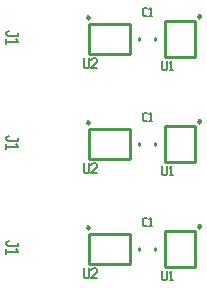
<source format=gbr>
G04 start of page 9 for group -4079 idx -4079 *
G04 Title: (unknown), topsilk *
G04 Creator: pcb 20140316 *
G04 CreationDate: Thu 29 Nov 2018 09:56:59 PM GMT UTC *
G04 For: railfan *
G04 Format: Gerber/RS-274X *
G04 PCB-Dimensions (mil): 900.00 970.00 *
G04 PCB-Coordinate-Origin: lower left *
%MOIN*%
%FSLAX25Y25*%
%LNTOPSILK*%
%ADD40C,0.0080*%
%ADD39C,0.0100*%
G54D39*X56745Y83893D02*Y83107D01*
X62255Y83893D02*Y83107D01*
X75421Y89406D02*Y77594D01*
X65579D02*X75421D01*
X65579Y89406D02*Y77594D01*
Y89406D02*X75421D01*
X76921Y91406D02*G75*G03X76921Y91406I0J-500D01*G01*
X56745Y48893D02*Y48107D01*
X62255Y48893D02*Y48107D01*
X40110Y53421D02*X53890D01*
Y43579D01*
X40110D01*
Y53421D01*
X39410Y55521D02*G75*G03X39410Y55521I500J0D01*G01*
X75421Y54406D02*Y42594D01*
X65579D02*X75421D01*
X65579Y54406D02*Y42594D01*
Y54406D02*X75421D01*
X76921Y56406D02*G75*G03X76921Y56406I0J-500D01*G01*
X40110Y88421D02*X53890D01*
Y78579D01*
X40110D01*
Y88421D01*
X39410Y90521D02*G75*G03X39410Y90521I500J0D01*G01*
X56745Y13893D02*Y13107D01*
X62255Y13893D02*Y13107D01*
X40110Y18421D02*X53890D01*
Y8579D01*
X40110D01*
Y18421D01*
X39410Y20521D02*G75*G03X39410Y20521I500J0D01*G01*
X75421Y19406D02*Y7594D01*
X65579D02*X75421D01*
X65579Y19406D02*Y7594D01*
Y19406D02*X75421D01*
X76921Y21406D02*G75*G03X76921Y21406I0J-500D01*G01*
G54D40*X38476Y76974D02*Y74279D01*
X38861Y73894D01*
X39631D01*
X40016Y74279D01*
Y76974D02*Y74279D01*
X40940Y76589D02*X41325Y76974D01*
X42480D01*
X42865Y76589D01*
Y75819D01*
X40940Y73894D02*X42865Y75819D01*
X40940Y73894D02*X42865D01*
X64500Y76230D02*Y73535D01*
X64885Y73150D01*
X65655D01*
X66040Y73535D01*
Y76230D02*Y73535D01*
X66964Y75614D02*X67580Y76230D01*
Y73150D01*
X66964D02*X68119D01*
X16500Y50300D02*Y49500D01*
X13000D02*X16500D01*
X12500Y50000D02*X13000Y49500D01*
X12500Y50500D02*Y50000D01*
X13000Y51000D02*X12500Y50500D01*
X13000Y51000D02*X13500D01*
X15700Y48300D02*X16500Y47500D01*
X12500D02*X16500D01*
X12500Y48300D02*Y46800D01*
X58469Y56150D02*X59340D01*
X58000Y56619D02*X58469Y56150D01*
X58000Y58361D02*Y56619D01*
Y58361D02*X58469Y58830D01*
X59340D01*
X60144Y58294D02*X60680Y58830D01*
Y56150D01*
X60144D02*X61149D01*
X38476Y41974D02*Y39279D01*
X38861Y38894D01*
X39631D01*
X40016Y39279D01*
Y41974D02*Y39279D01*
X40940Y41589D02*X41325Y41974D01*
X42480D01*
X42865Y41589D01*
Y40819D01*
X40940Y38894D02*X42865Y40819D01*
X40940Y38894D02*X42865D01*
X16500Y85300D02*Y84500D01*
X13000D02*X16500D01*
X12500Y85000D02*X13000Y84500D01*
X12500Y85500D02*Y85000D01*
X13000Y86000D02*X12500Y85500D01*
X13000Y86000D02*X13500D01*
X15700Y83300D02*X16500Y82500D01*
X12500D02*X16500D01*
X12500Y83300D02*Y81800D01*
X58469Y91150D02*X59340D01*
X58000Y91619D02*X58469Y91150D01*
X58000Y93361D02*Y91619D01*
Y93361D02*X58469Y93830D01*
X59340D01*
X60144Y93294D02*X60680Y93830D01*
Y91150D01*
X60144D02*X61149D01*
X64500Y41230D02*Y38535D01*
X64885Y38150D01*
X65655D01*
X66040Y38535D01*
Y41230D02*Y38535D01*
X66964Y40614D02*X67580Y41230D01*
Y38150D01*
X66964D02*X68119D01*
X16500Y15300D02*Y14500D01*
X13000D02*X16500D01*
X12500Y15000D02*X13000Y14500D01*
X12500Y15500D02*Y15000D01*
X13000Y16000D02*X12500Y15500D01*
X13000Y16000D02*X13500D01*
X15700Y13300D02*X16500Y12500D01*
X12500D02*X16500D01*
X12500Y13300D02*Y11800D01*
X58469Y21150D02*X59340D01*
X58000Y21619D02*X58469Y21150D01*
X58000Y23361D02*Y21619D01*
Y23361D02*X58469Y23830D01*
X59340D01*
X60144Y23294D02*X60680Y23830D01*
Y21150D01*
X60144D02*X61149D01*
X38476Y6974D02*Y4279D01*
X38861Y3894D01*
X39631D01*
X40016Y4279D01*
Y6974D02*Y4279D01*
X40940Y6589D02*X41325Y6974D01*
X42480D01*
X42865Y6589D01*
Y5819D01*
X40940Y3894D02*X42865Y5819D01*
X40940Y3894D02*X42865D01*
X64500Y6230D02*Y3535D01*
X64885Y3150D01*
X65655D01*
X66040Y3535D01*
Y6230D02*Y3535D01*
X66964Y5614D02*X67580Y6230D01*
Y3150D01*
X66964D02*X68119D01*
M02*

</source>
